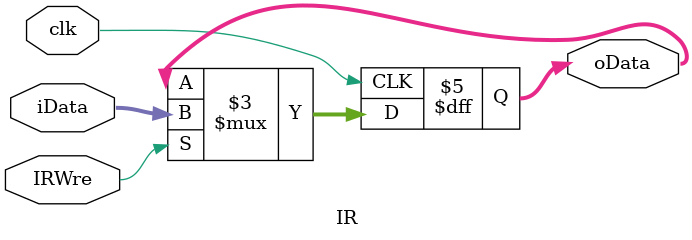
<source format=v>
`timescale 1ns / 1ps


module IR (
    input clk,
    input [31:0] iData,
    input IRWre,
    output [31:0] oData
    );
    
    reg [31:0] oData;

    always @(negedge clk) begin
        if (IRWre) begin
            oData = iData;      
        end
    end

endmodule

</source>
